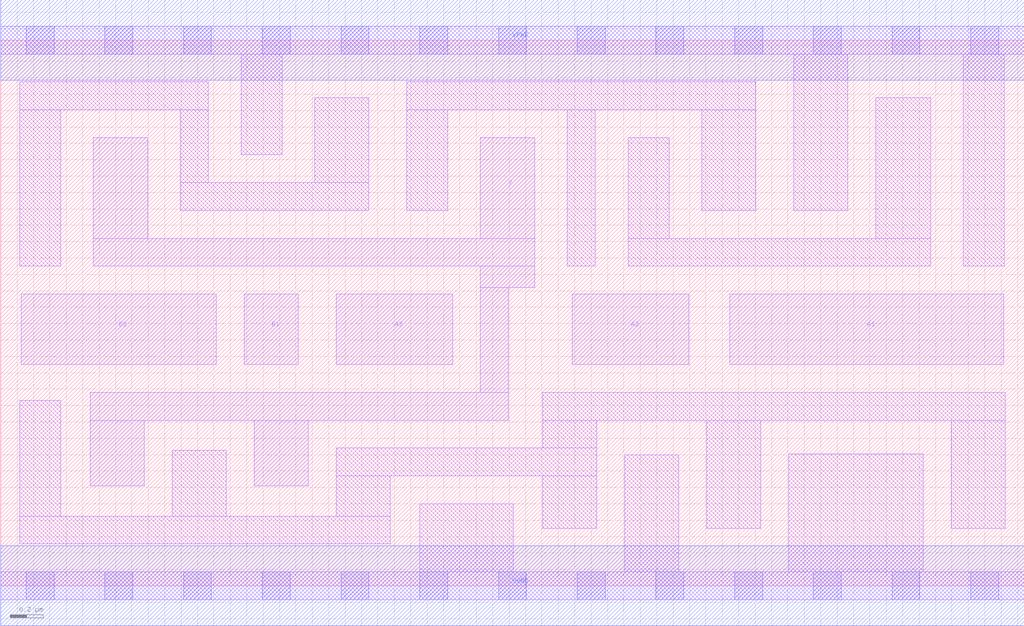
<source format=lef>
# Copyright 2020 The SkyWater PDK Authors
#
# Licensed under the Apache License, Version 2.0 (the "License");
# you may not use this file except in compliance with the License.
# You may obtain a copy of the License at
#
#     https://www.apache.org/licenses/LICENSE-2.0
#
# Unless required by applicable law or agreed to in writing, software
# distributed under the License is distributed on an "AS IS" BASIS,
# WITHOUT WARRANTIES OR CONDITIONS OF ANY KIND, either express or implied.
# See the License for the specific language governing permissions and
# limitations under the License.
#
# SPDX-License-Identifier: Apache-2.0

VERSION 5.5 ;
NAMESCASESENSITIVE ON ;
BUSBITCHARS "[]" ;
DIVIDERCHAR "/" ;
MACRO sky130_fd_sc_ls__o32ai_2
  CLASS CORE ;
  SOURCE USER ;
  ORIGIN  0.000000  0.000000 ;
  SIZE  6.240000 BY  3.330000 ;
  SYMMETRY X Y ;
  SITE unit ;
  PIN A1
    ANTENNAGATEAREA  0.558000 ;
    DIRECTION INPUT ;
    USE SIGNAL ;
    PORT
      LAYER li1 ;
        RECT 4.445000 1.350000 6.115000 1.780000 ;
    END
  END A1
  PIN A2
    ANTENNAGATEAREA  0.558000 ;
    DIRECTION INPUT ;
    USE SIGNAL ;
    PORT
      LAYER li1 ;
        RECT 3.485000 1.350000 4.195000 1.780000 ;
    END
  END A2
  PIN A3
    ANTENNAGATEAREA  0.558000 ;
    DIRECTION INPUT ;
    USE SIGNAL ;
    PORT
      LAYER li1 ;
        RECT 2.045000 1.350000 2.755000 1.780000 ;
    END
  END A3
  PIN B1
    ANTENNAGATEAREA  0.558000 ;
    DIRECTION INPUT ;
    USE SIGNAL ;
    PORT
      LAYER li1 ;
        RECT 1.485000 1.350000 1.815000 1.780000 ;
    END
  END B1
  PIN B2
    ANTENNAGATEAREA  0.558000 ;
    DIRECTION INPUT ;
    USE SIGNAL ;
    PORT
      LAYER li1 ;
        RECT 0.125000 1.350000 1.315000 1.780000 ;
    END
  END B2
  PIN Y
    ANTENNADIFFAREA  1.138200 ;
    DIRECTION OUTPUT ;
    USE SIGNAL ;
    PORT
      LAYER li1 ;
        RECT 0.545000 0.610000 0.875000 1.010000 ;
        RECT 0.545000 1.010000 3.095000 1.180000 ;
        RECT 0.565000 1.950000 3.255000 2.120000 ;
        RECT 0.565000 2.120000 0.895000 2.735000 ;
        RECT 1.545000 0.610000 1.875000 1.010000 ;
        RECT 2.925000 1.180000 3.095000 1.820000 ;
        RECT 2.925000 1.820000 3.255000 1.950000 ;
        RECT 2.925000 2.120000 3.255000 2.735000 ;
    END
  END Y
  PIN VGND
    DIRECTION INOUT ;
    SHAPE ABUTMENT ;
    USE GROUND ;
    PORT
      LAYER met1 ;
        RECT 0.000000 -0.245000 6.240000 0.245000 ;
    END
  END VGND
  PIN VNB
    DIRECTION INOUT ;
    USE GROUND ;
    PORT
    END
  END VNB
  PIN VPB
    DIRECTION INOUT ;
    USE POWER ;
    PORT
    END
  END VPB
  PIN VPWR
    DIRECTION INOUT ;
    SHAPE ABUTMENT ;
    USE POWER ;
    PORT
      LAYER met1 ;
        RECT 0.000000 3.085000 6.240000 3.575000 ;
    END
  END VPWR
  OBS
    LAYER li1 ;
      RECT 0.000000 -0.085000 6.240000 0.085000 ;
      RECT 0.000000  3.245000 6.240000 3.415000 ;
      RECT 0.115000  0.255000 2.375000 0.425000 ;
      RECT 0.115000  0.425000 0.365000 1.130000 ;
      RECT 0.115000  1.950000 0.365000 2.905000 ;
      RECT 0.115000  2.905000 1.265000 3.075000 ;
      RECT 1.045000  0.425000 1.375000 0.825000 ;
      RECT 1.095000  2.290000 2.245000 2.460000 ;
      RECT 1.095000  2.460000 1.265000 2.905000 ;
      RECT 1.465000  2.630000 1.715000 3.245000 ;
      RECT 1.915000  2.460000 2.245000 2.980000 ;
      RECT 2.045000  0.425000 2.375000 0.670000 ;
      RECT 2.045000  0.670000 3.635000 0.840000 ;
      RECT 2.475000  2.290000 2.725000 2.905000 ;
      RECT 2.475000  2.905000 4.605000 3.075000 ;
      RECT 2.555000  0.085000 3.125000 0.500000 ;
      RECT 3.305000  0.350000 3.635000 0.670000 ;
      RECT 3.305000  0.840000 3.635000 1.010000 ;
      RECT 3.305000  1.010000 6.125000 1.180000 ;
      RECT 3.455000  1.950000 3.625000 2.905000 ;
      RECT 3.805000  0.085000 4.135000 0.800000 ;
      RECT 3.825000  1.950000 5.670000 2.120000 ;
      RECT 3.825000  2.120000 4.075000 2.735000 ;
      RECT 4.275000  2.290000 4.605000 2.905000 ;
      RECT 4.305000  0.350000 4.635000 1.010000 ;
      RECT 4.805000  0.085000 5.625000 0.805000 ;
      RECT 4.835000  2.290000 5.165000 3.245000 ;
      RECT 5.335000  2.120000 5.670000 2.980000 ;
      RECT 5.795000  0.350000 6.125000 1.010000 ;
      RECT 5.870000  1.950000 6.120000 3.245000 ;
    LAYER mcon ;
      RECT 0.155000 -0.085000 0.325000 0.085000 ;
      RECT 0.155000  3.245000 0.325000 3.415000 ;
      RECT 0.635000 -0.085000 0.805000 0.085000 ;
      RECT 0.635000  3.245000 0.805000 3.415000 ;
      RECT 1.115000 -0.085000 1.285000 0.085000 ;
      RECT 1.115000  3.245000 1.285000 3.415000 ;
      RECT 1.595000 -0.085000 1.765000 0.085000 ;
      RECT 1.595000  3.245000 1.765000 3.415000 ;
      RECT 2.075000 -0.085000 2.245000 0.085000 ;
      RECT 2.075000  3.245000 2.245000 3.415000 ;
      RECT 2.555000 -0.085000 2.725000 0.085000 ;
      RECT 2.555000  3.245000 2.725000 3.415000 ;
      RECT 3.035000 -0.085000 3.205000 0.085000 ;
      RECT 3.035000  3.245000 3.205000 3.415000 ;
      RECT 3.515000 -0.085000 3.685000 0.085000 ;
      RECT 3.515000  3.245000 3.685000 3.415000 ;
      RECT 3.995000 -0.085000 4.165000 0.085000 ;
      RECT 3.995000  3.245000 4.165000 3.415000 ;
      RECT 4.475000 -0.085000 4.645000 0.085000 ;
      RECT 4.475000  3.245000 4.645000 3.415000 ;
      RECT 4.955000 -0.085000 5.125000 0.085000 ;
      RECT 4.955000  3.245000 5.125000 3.415000 ;
      RECT 5.435000 -0.085000 5.605000 0.085000 ;
      RECT 5.435000  3.245000 5.605000 3.415000 ;
      RECT 5.915000 -0.085000 6.085000 0.085000 ;
      RECT 5.915000  3.245000 6.085000 3.415000 ;
  END
END sky130_fd_sc_ls__o32ai_2
END LIBRARY

</source>
